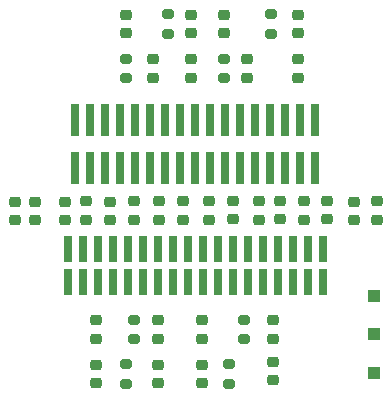
<source format=gbr>
%TF.GenerationSoftware,KiCad,Pcbnew,7.0.6-7.0.6~ubuntu22.04.1*%
%TF.CreationDate,2023-07-31T15:05:58-04:00*%
%TF.ProjectId,readout-box,72656164-6f75-4742-9d62-6f782e6b6963,rev?*%
%TF.SameCoordinates,Original*%
%TF.FileFunction,Soldermask,Top*%
%TF.FilePolarity,Negative*%
%FSLAX46Y46*%
G04 Gerber Fmt 4.6, Leading zero omitted, Abs format (unit mm)*
G04 Created by KiCad (PCBNEW 7.0.6-7.0.6~ubuntu22.04.1) date 2023-07-31 15:05:58*
%MOMM*%
%LPD*%
G01*
G04 APERTURE LIST*
G04 Aperture macros list*
%AMRoundRect*
0 Rectangle with rounded corners*
0 $1 Rounding radius*
0 $2 $3 $4 $5 $6 $7 $8 $9 X,Y pos of 4 corners*
0 Add a 4 corners polygon primitive as box body*
4,1,4,$2,$3,$4,$5,$6,$7,$8,$9,$2,$3,0*
0 Add four circle primitives for the rounded corners*
1,1,$1+$1,$2,$3*
1,1,$1+$1,$4,$5*
1,1,$1+$1,$6,$7*
1,1,$1+$1,$8,$9*
0 Add four rect primitives between the rounded corners*
20,1,$1+$1,$2,$3,$4,$5,0*
20,1,$1+$1,$4,$5,$6,$7,0*
20,1,$1+$1,$6,$7,$8,$9,0*
20,1,$1+$1,$8,$9,$2,$3,0*%
G04 Aperture macros list end*
%ADD10RoundRect,0.225000X0.250000X-0.225000X0.250000X0.225000X-0.250000X0.225000X-0.250000X-0.225000X0*%
%ADD11RoundRect,0.200000X0.275000X-0.200000X0.275000X0.200000X-0.275000X0.200000X-0.275000X-0.200000X0*%
%ADD12RoundRect,0.225000X-0.250000X0.225000X-0.250000X-0.225000X0.250000X-0.225000X0.250000X0.225000X0*%
%ADD13R,1.000000X1.000000*%
%ADD14R,0.740000X2.220000*%
%ADD15R,0.736600X2.794000*%
G04 APERTURE END LIST*
D10*
%TO.C,C4*%
X60000000Y-41000000D03*
X60000000Y-39450000D03*
%TD*%
%TO.C,C24*%
X51062500Y-53025000D03*
X51062500Y-51475000D03*
%TD*%
D11*
%TO.C,R14*%
X58000000Y-37300000D03*
X58000000Y-35650000D03*
%TD*%
%TO.C,R16*%
X54500000Y-41050000D03*
X54500000Y-39400000D03*
%TD*%
D12*
%TO.C,C14*%
X61500000Y-51475000D03*
X61500000Y-53025000D03*
%TD*%
%TO.C,C20*%
X53125000Y-51500000D03*
X53125000Y-53050000D03*
%TD*%
%TO.C,C26*%
X45062500Y-51500000D03*
X45062500Y-53050000D03*
%TD*%
%TO.C,C13*%
X66925000Y-61570000D03*
X66925000Y-63120000D03*
%TD*%
%TO.C,C32*%
X66925000Y-65070000D03*
X66925000Y-66620000D03*
%TD*%
%TO.C,C7*%
X69000000Y-35700000D03*
X69000000Y-37250000D03*
%TD*%
%TO.C,C19*%
X57175000Y-61570000D03*
X57175000Y-63120000D03*
%TD*%
D10*
%TO.C,C9*%
X71500000Y-53005000D03*
X71500000Y-51455000D03*
%TD*%
%TO.C,C18*%
X59250000Y-53025000D03*
X59250000Y-51475000D03*
%TD*%
D13*
%TO.C,J1*%
X75500000Y-59500000D03*
%TD*%
D11*
%TO.C,R8*%
X63175000Y-66930000D03*
X63175000Y-65280000D03*
%TD*%
D12*
%TO.C,C5*%
X73750000Y-51500000D03*
X73750000Y-53050000D03*
%TD*%
D10*
%TO.C,C12*%
X67500000Y-53005000D03*
X67500000Y-51455000D03*
%TD*%
%TO.C,C3*%
X54500000Y-37250000D03*
X54500000Y-35700000D03*
%TD*%
D12*
%TO.C,C16*%
X60925000Y-65320000D03*
X60925000Y-66870000D03*
%TD*%
%TO.C,C17*%
X57250000Y-51475000D03*
X57250000Y-53025000D03*
%TD*%
D10*
%TO.C,C21*%
X55125000Y-53045000D03*
X55125000Y-51495000D03*
%TD*%
D12*
%TO.C,C8*%
X69500000Y-51475000D03*
X69500000Y-53025000D03*
%TD*%
D11*
%TO.C,R2*%
X66750000Y-37300000D03*
X66750000Y-35650000D03*
%TD*%
D13*
%TO.C,J2*%
X75500000Y-62750000D03*
%TD*%
D12*
%TO.C,C11*%
X65750000Y-51475000D03*
X65750000Y-53025000D03*
%TD*%
%TO.C,C22*%
X51925000Y-65320000D03*
X51925000Y-66870000D03*
%TD*%
D14*
%TO.C,J5*%
X71120000Y-58279800D03*
X71120000Y-55549800D03*
X69850000Y-58279800D03*
X69850000Y-55549800D03*
X68580000Y-58279800D03*
X68580000Y-55549800D03*
X67310000Y-58279800D03*
X67310000Y-55549800D03*
X66040000Y-58279800D03*
X66040000Y-55549800D03*
X64770000Y-58279800D03*
X64770000Y-55549800D03*
X63500000Y-58279800D03*
X63500000Y-55549800D03*
X62230000Y-58279800D03*
X62230000Y-55549800D03*
X60960000Y-58279800D03*
X60960000Y-55549800D03*
X59690000Y-58279800D03*
X59690000Y-55549800D03*
X58420000Y-58279800D03*
X58420000Y-55549800D03*
X57150000Y-58279800D03*
X57150000Y-55549800D03*
X55880000Y-58279800D03*
X55880000Y-55549800D03*
X54610000Y-58279800D03*
X54610000Y-55549800D03*
X53340000Y-58279800D03*
X53340000Y-55549800D03*
X52070000Y-58279800D03*
X52070000Y-55549800D03*
X50800000Y-58279800D03*
X50800000Y-55549800D03*
X49530000Y-58279800D03*
X49530000Y-55549800D03*
%TD*%
D10*
%TO.C,C15*%
X63500000Y-53005000D03*
X63500000Y-51455000D03*
%TD*%
D13*
%TO.C,J3*%
X75500000Y-66000000D03*
%TD*%
D12*
%TO.C,C25*%
X60000000Y-35700000D03*
X60000000Y-37250000D03*
%TD*%
D10*
%TO.C,C31*%
X60925000Y-63120000D03*
X60925000Y-61570000D03*
%TD*%
%TO.C,C29*%
X62750000Y-37250000D03*
X62750000Y-35700000D03*
%TD*%
D11*
%TO.C,R10*%
X55175000Y-63170000D03*
X55175000Y-61520000D03*
%TD*%
D12*
%TO.C,C10*%
X64750000Y-39450000D03*
X64750000Y-41000000D03*
%TD*%
%TO.C,C28*%
X56750000Y-39450000D03*
X56750000Y-41000000D03*
%TD*%
D11*
%TO.C,R6*%
X64425000Y-63170000D03*
X64425000Y-61520000D03*
%TD*%
D15*
%TO.C,J4*%
X70485000Y-44577000D03*
X70485000Y-48641000D03*
X69215000Y-44577000D03*
X69215000Y-48641000D03*
X67945000Y-44577000D03*
X67945000Y-48641000D03*
X66675000Y-44577000D03*
X66675000Y-48641000D03*
X65405000Y-44577000D03*
X65405000Y-48641000D03*
X64135000Y-44577000D03*
X64135000Y-48641000D03*
X62865000Y-44577000D03*
X62865000Y-48641000D03*
X61595000Y-44577000D03*
X61595000Y-48641000D03*
X60325000Y-44577000D03*
X60325000Y-48641000D03*
X59055000Y-44577000D03*
X59055000Y-48641000D03*
X57785000Y-44577000D03*
X57785000Y-48641000D03*
X56515000Y-44577000D03*
X56515000Y-48641000D03*
X55245000Y-44577000D03*
X55245000Y-48641000D03*
X53975000Y-44577000D03*
X53975000Y-48641000D03*
X52705000Y-44577000D03*
X52705000Y-48641000D03*
X51435000Y-44577000D03*
X51435000Y-48641000D03*
X50165000Y-44577000D03*
X50165000Y-48641000D03*
%TD*%
D11*
%TO.C,R12*%
X54425000Y-66930000D03*
X54425000Y-65280000D03*
%TD*%
D10*
%TO.C,C6*%
X75689000Y-53025000D03*
X75689000Y-51475000D03*
%TD*%
D11*
%TO.C,R4*%
X62750000Y-41050000D03*
X62750000Y-39400000D03*
%TD*%
D12*
%TO.C,C23*%
X49312500Y-51500000D03*
X49312500Y-53050000D03*
%TD*%
D10*
%TO.C,C27*%
X46750000Y-53065000D03*
X46750000Y-51515000D03*
%TD*%
%TO.C,C30*%
X69000000Y-41000000D03*
X69000000Y-39450000D03*
%TD*%
D12*
%TO.C,C2*%
X57175000Y-65320000D03*
X57175000Y-66870000D03*
%TD*%
D10*
%TO.C,C1*%
X51925000Y-63120000D03*
X51925000Y-61570000D03*
%TD*%
M02*

</source>
